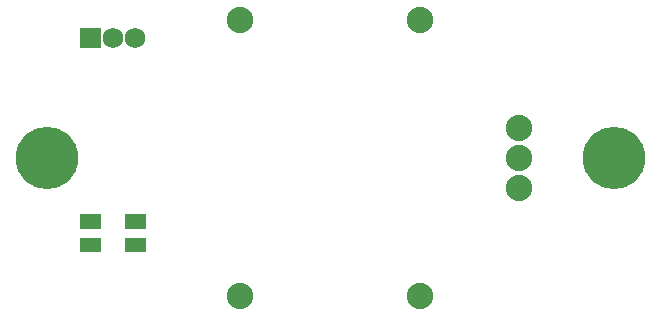
<source format=gts>
G04 Layer: TopSolderMaskLayer*
G04 EasyEDA v6.4.19.4, 2021-04-04T11:51:27+01:00*
G04 4b0eb47da5f842609b4c8b729e81160f,e7a3d4c674b94ea3b1133014d1bc3374,10*
G04 Gerber Generator version 0.2*
G04 Scale: 100 percent, Rotated: No, Reflected: No *
G04 Dimensions in millimeters *
G04 leading zeros omitted , absolute positions ,4 integer and 5 decimal *
%FSLAX45Y45*%
%MOMM*%

%ADD21C,5.2832*%
%ADD22C,2.2352*%
%ADD24C,1.7272*%

%LPD*%
D21*
G01*
X2399995Y-7D03*
G01*
X-2399995Y-7D03*
D22*
G01*
X1600200Y-254007D03*
G01*
X1600200Y-7D03*
G01*
X1600200Y253992D03*
G01*
X-762000Y-1168407D03*
G01*
X-762000Y1168392D03*
G01*
X762000Y1168392D03*
G01*
X762000Y-1168407D03*
G36*
X-2118359Y929632D02*
G01*
X-2118359Y1102352D01*
X-1945639Y1102352D01*
X-1945639Y929632D01*
G37*
D24*
G01*
X-1841500Y1015992D03*
G01*
X-1651000Y1015992D03*
G36*
X-2119629Y-795281D02*
G01*
X-2119629Y-674885D01*
X-1944369Y-674885D01*
X-1944369Y-795281D01*
G37*
G36*
X-2119629Y-595129D02*
G01*
X-2119629Y-474733D01*
X-1944369Y-474733D01*
X-1944369Y-595129D01*
G37*
G36*
X-1738629Y-595129D02*
G01*
X-1738629Y-474733D01*
X-1563369Y-474733D01*
X-1563369Y-595129D01*
G37*
G36*
X-1738629Y-795281D02*
G01*
X-1738629Y-674885D01*
X-1563369Y-674885D01*
X-1563369Y-795281D01*
G37*
M02*

</source>
